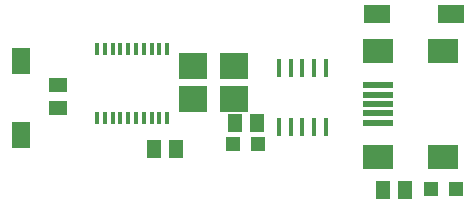
<source format=gbr>
G04 EAGLE Gerber RS-274X export*
G75*
%MOMM*%
%FSLAX34Y34*%
%LPD*%
%INSolderpaste Top*%
%IPPOS*%
%AMOC8*
5,1,8,0,0,1.08239X$1,22.5*%
G01*
%ADD10R,0.400000X1.000000*%
%ADD11R,1.500000X1.300000*%
%ADD12R,1.600000X2.300000*%
%ADD13R,1.300000X1.500000*%
%ADD14R,1.200000X1.200000*%
%ADD15R,2.500000X0.500000*%
%ADD16R,2.500000X2.000000*%
%ADD17R,0.400000X1.499997*%
%ADD18R,2.489200X2.235200*%
%ADD19R,2.300000X1.600000*%


D10*
X176018Y76040D03*
X169414Y76040D03*
X162810Y75980D03*
X156206Y76040D03*
X149602Y76040D03*
X142998Y76040D03*
X136394Y76040D03*
X129790Y76040D03*
X123186Y76040D03*
X116582Y76040D03*
X116582Y134460D03*
X123186Y134460D03*
X129790Y134460D03*
X136394Y134460D03*
X142998Y134460D03*
X149602Y134460D03*
X156206Y134460D03*
X162810Y134520D03*
X169414Y134460D03*
X176018Y134460D03*
D11*
X83820Y84480D03*
X83820Y103480D03*
D12*
X52070Y61210D03*
X52070Y124210D03*
D13*
X183490Y49530D03*
X164490Y49530D03*
D14*
X420400Y15240D03*
X399400Y15240D03*
D13*
X377700Y14560D03*
X358700Y14560D03*
D15*
X354410Y87630D03*
X354410Y79630D03*
X354410Y103630D03*
X354410Y95630D03*
D16*
X409410Y132630D03*
X409410Y42630D03*
X354410Y132630D03*
X354410Y42630D03*
D15*
X354410Y71630D03*
D17*
X310510Y117711D03*
X290190Y117711D03*
X300510Y117711D03*
X280510Y117711D03*
X270510Y117711D03*
X270510Y67709D03*
X280510Y67709D03*
X290190Y67709D03*
X300510Y67709D03*
X310510Y67709D03*
D18*
X198120Y119380D03*
X198120Y91440D03*
X232410Y119380D03*
D14*
X232070Y53340D03*
X253070Y53340D03*
D13*
X252070Y71120D03*
X233070Y71120D03*
D18*
X232410Y91440D03*
D19*
X416310Y163830D03*
X353310Y163830D03*
M02*

</source>
